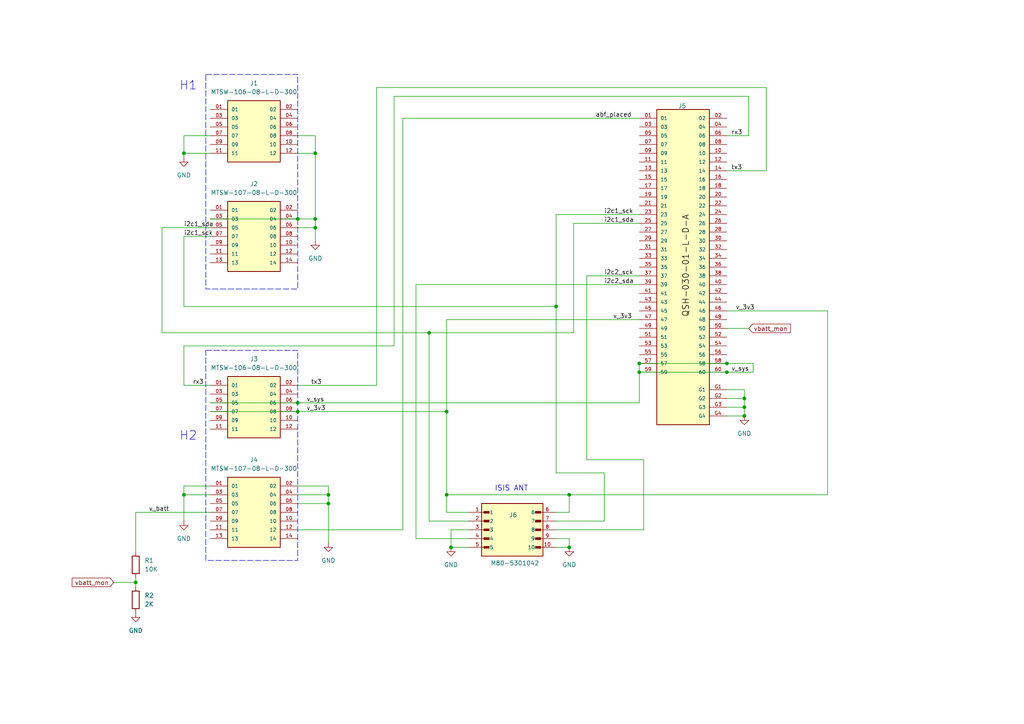
<source format=kicad_sch>
(kicad_sch (version 20250114) (generator "eeschema") (generator_version "9.0")
  (paper "A4")
  (title_block (title "ISIS Power-Signal Adapter Card v2.0") (date "2025-08-04") (rev "rev 2") (company "Mike Moore K4MVM") (comment 1 "Fox-Plus Project") (comment 2 "Radio Amateur Satellite Corp (AMSAT-NA)"))
  (lib_symbols
    (symbol "Device:R" (pin_numbers (hide yes)) (pin_names (offset 0))
      (property "Reference" "R" (at 2.032 0 90))
      (property "Value" "R" (at 0 0 90))
      (symbol "R_0_1"
        (rectangle (start -1.016 -2.54) (end 1.016 2.54) (stroke (width 0.254)))
      )
      (symbol "R_1_1"
        (pin passive line (at 0 3.81 270) (length 1.27) (name "~") (number "1"))
        (pin passive line (at 0 -3.81 90) (length 1.27) (name "~") (number "2"))
      )
    )
    (symbol "M80-5301042:M80-5301042" (pin_names (offset 1.016))
      (property "Reference" "J" (at -9.39 7.62 0))
      (property "Value" "M80-5301042" (at -8.89 -10.16 0))
      (symbol "M80-5301042_0_0"
        (rectangle (start -8.89 -7.62) (end 8.89 7.62) (stroke (width 0.254)) (fill (type background)))
        (rectangle (start -8.255 4.7625) (end -6.6675 5.3975) (stroke (width 0.1)) (fill (type outline)))
        (rectangle (start -8.255 2.2225) (end -6.6675 2.8575) (stroke (width 0.1)) (fill (type outline)))
        (rectangle (start -8.255 -0.3175) (end -6.6675 0.3175) (stroke (width 0.1)) (fill (type outline)))
        (rectangle (start -8.255 -2.8575) (end -6.6675 -2.2225) (stroke (width 0.1)) (fill (type outline)))
        (rectangle (start -8.255 -5.3975) (end -6.6675 -4.7625) (stroke (width 0.1)) (fill (type outline)))
        (rectangle (start 8.255 4.7625) (end 6.6675 5.3975) (stroke (width 0.1)) (fill (type outline)))
        (rectangle (start 8.255 2.2225) (end 6.6675 2.8575) (stroke (width 0.1)) (fill (type outline)))
        (rectangle (start 8.255 -0.3175) (end 6.6675 0.3175) (stroke (width 0.1)) (fill (type outline)))
        (rectangle (start 8.255 -2.8575) (end 6.6675 -2.2225) (stroke (width 0.1)) (fill (type outline)))
        (rectangle (start 8.255 -5.3975) (end 6.6675 -4.7625) (stroke (width 0.1)) (fill (type outline)))
        (pin passive line (at -12.7 5.08 0) (length 5.08) (name "1") (number "1"))
        (pin passive line (at -12.7 2.54 0) (length 5.08) (name "2") (number "2"))
        (pin passive line (at -12.7 0 0) (length 5.08) (name "3") (number "3"))
        (pin passive line (at -12.7 -2.54 0) (length 5.08) (name "4") (number "4"))
        (pin passive line (at -12.7 -5.08 0) (length 5.08) (name "5") (number "5"))
        (pin passive line (at 12.7 5.08 180) (length 5.08) (name "6") (number "6"))
        (pin passive line (at 12.7 2.54 180) (length 5.08) (name "7") (number "7"))
        (pin passive line (at 12.7 0 180) (length 5.08) (name "8") (number "8"))
        (pin passive line (at 12.7 -2.54 180) (length 5.08) (name "9") (number "9"))
        (pin passive line (at 12.7 -5.08 180) (length 5.08) (name "10") (number "10"))
      )
    )
    (symbol "MTSW-106-X-X-D-X:MTSW-106-X-X-D-X" (pin_names (offset 1.016))
      (property "Reference" "J" (at -7.62 8.382 0))
      (property "Value" "MTSW-106-X-X-D-X" (at -7.62 -12.7 0))
      (symbol "MTSW-106-X-X-D-X_0_0"
        (rectangle (start -7.62 -10.16) (end 7.62 7.62) (stroke (width 0.254)) (fill (type background)))
        (pin passive line (at -12.7 5.08 0) (length 5.08) (name "01") (number "01"))
        (pin passive line (at -12.7 2.54 0) (length 5.08) (name "03") (number "03"))
        (pin passive line (at -12.7 0 0) (length 5.08) (name "05") (number "05"))
        (pin passive line (at -12.7 -2.54 0) (length 5.08) (name "07") (number "07"))
        (pin passive line (at -12.7 -5.08 0) (length 5.08) (name "09") (number "09"))
        (pin passive line (at -12.7 -7.62 0) (length 5.08) (name "11") (number "11"))
        (pin passive line (at 12.7 5.08 180) (length 5.08) (name "02") (number "02"))
        (pin passive line (at 12.7 2.54 180) (length 5.08) (name "04") (number "04"))
        (pin passive line (at 12.7 0 180) (length 5.08) (name "06") (number "06"))
        (pin passive line (at 12.7 -2.54 180) (length 5.08) (name "08") (number "08"))
        (pin passive line (at 12.7 -5.08 180) (length 5.08) (name "10") (number "10"))
        (pin passive line (at 12.7 -7.62 180) (length 5.08) (name "12") (number "12"))
      )
    )
    (symbol "MTSW-107-08-L-D-300:MTSW-107-08-L-D-300" (pin_names (offset 1.016))
      (property "Reference" "J" (at -8.12 10.16 0))
      (property "Value" "MTSW-107-08-L-D-300" (at -7.62 -12.7 0))
      (symbol "MTSW-107-08-L-D-300_0_0"
        (rectangle (start -7.62 -10.16) (end 7.62 10.16) (stroke (width 0.254)) (fill (type background)))
        (pin passive line (at -12.7 7.62 0) (length 5.08) (name "01") (number "01"))
        (pin passive line (at -12.7 5.08 0) (length 5.08) (name "03") (number "03"))
        (pin passive line (at -12.7 2.54 0) (length 5.08) (name "05") (number "05"))
        (pin passive line (at -12.7 0 0) (length 5.08) (name "07") (number "07"))
        (pin passive line (at -12.7 -2.54 0) (length 5.08) (name "09") (number "09"))
        (pin passive line (at -12.7 -5.08 0) (length 5.08) (name "11") (number "11"))
        (pin passive line (at -12.7 -7.62 0) (length 5.08) (name "13") (number "13"))
        (pin passive line (at 12.7 7.62 180) (length 5.08) (name "02") (number "02"))
        (pin passive line (at 12.7 5.08 180) (length 5.08) (name "04") (number "04"))
        (pin passive line (at 12.7 2.54 180) (length 5.08) (name "06") (number "06"))
        (pin passive line (at 12.7 0 180) (length 5.08) (name "08") (number "08"))
        (pin passive line (at 12.7 -2.54 180) (length 5.08) (name "10") (number "10"))
        (pin passive line (at 12.7 -5.08 180) (length 5.08) (name "12") (number "12"))
        (pin passive line (at 12.7 -7.62 180) (length 5.08) (name "14") (number "14"))
      )
    )
    (symbol "QSH-030-01-L-D-A-01:QSH-030-01-X-D-A-XX" (pin_names (offset 1.016))
      (property "Reference" "J" (at -7.62 46.99 0))
      (property "Value" "QSH-030-01-X-D-A-XX" (at -7.62 -48.26 0))
      (symbol "QSH-030-01-X-D-A-XX_0_0"
        (rectangle (start -7.62 -45.72) (end 7.62 45.72) (stroke (width 0.254)) (fill (type background)))
        (pin passive line (at -12.7 43.18 0) (length 5.08) (name "01") (number "01"))
        (pin passive line (at -12.7 40.64 0) (length 5.08) (name "03") (number "03"))
        (pin passive line (at -12.7 38.1 0) (length 5.08) (name "05") (number "05"))
        (pin passive line (at -12.7 35.56 0) (length 5.08) (name "07") (number "07"))
        (pin passive line (at -12.7 33.02 0) (length 5.08) (name "09") (number "09"))
        (pin passive line (at -12.7 30.48 0) (length 5.08) (name "11") (number "11"))
        (pin passive line (at -12.7 27.94 0) (length 5.08) (name "13") (number "13"))
        (pin passive line (at -12.7 25.4 0) (length 5.08) (name "15") (number "15"))
        (pin passive line (at -12.7 22.86 0) (length 5.08) (name "17") (number "17"))
        (pin passive line (at -12.7 20.32 0) (length 5.08) (name "19") (number "19"))
        (pin passive line (at -12.7 17.78 0) (length 5.08) (name "21") (number "21"))
        (pin passive line (at -12.7 15.24 0) (length 5.08) (name "23") (number "23"))
        (pin passive line (at -12.7 12.7 0) (length 5.08) (name "25") (number "25"))
        (pin passive line (at -12.7 10.16 0) (length 5.08) (name "27") (number "27"))
        (pin passive line (at -12.7 7.62 0) (length 5.08) (name "29") (number "29"))
        (pin passive line (at -12.7 5.08 0) (length 5.08) (name "31") (number "31"))
        (pin passive line (at -12.7 2.54 0) (length 5.08) (name "33") (number "33"))
        (pin passive line (at -12.7 0 0) (length 5.08) (name "35") (number "35"))
        (pin passive line (at -12.7 -2.54 0) (length 5.08) (name "37") (number "37"))
        (pin passive line (at -12.7 -5.08 0) (length 5.08) (name "39") (number "39"))
        (pin passive line (at -12.7 -7.62 0) (length 5.08) (name "41") (number "41"))
        (pin passive line (at -12.7 -10.16 0) (length 5.08) (name "43") (number "43"))
        (pin passive line (at -12.7 -12.7 0) (length 5.08) (name "45") (number "45"))
        (pin passive line (at -12.7 -15.24 0) (length 5.08) (name "47") (number "47"))
        (pin passive line (at -12.7 -17.78 0) (length 5.08) (name "49") (number "49"))
        (pin passive line (at -12.7 -20.32 0) (length 5.08) (name "51") (number "51"))
        (pin passive line (at -12.7 -22.86 0) (length 5.08) (name "53") (number "53"))
        (pin passive line (at -12.7 -25.4 0) (length 5.08) (name "55") (number "55"))
        (pin passive line (at -12.7 -27.94 0) (length 5.08) (name "57") (number "57"))
        (pin passive line (at -12.7 -30.48 0) (length 5.08) (name "59") (number "59"))
        (pin passive line (at 12.7 43.18 180) (length 5.08) (name "02") (number "02"))
        (pin passive line (at 12.7 40.64 180) (length 5.08) (name "04") (number "04"))
        (pin passive line (at 12.7 38.1 180) (length 5.08) (name "06") (number "06"))
        (pin passive line (at 12.7 35.56 180) (length 5.08) (name "08") (number "08"))
        (pin passive line (at 12.7 33.02 180) (length 5.08) (name "10") (number "10"))
        (pin passive line (at 12.7 30.48 180) (length 5.08) (name "12") (number "12"))
        (pin passive line (at 12.7 27.94 180) (length 5.08) (name "14") (number "14"))
        (pin passive line (at 12.7 25.4 180) (length 5.08) (name "16") (number "16"))
        (pin passive line (at 12.7 22.86 180) (length 5.08) (name "18") (number "18"))
        (pin passive line (at 12.7 20.32 180) (length 5.08) (name "20") (number "20"))
        (pin passive line (at 12.7 17.78 180) (length 5.08) (name "22") (number "22"))
        (pin passive line (at 12.7 15.24 180) (length 5.08) (name "24") (number "24"))
        (pin passive line (at 12.7 12.7 180) (length 5.08) (name "26") (number "26"))
        (pin passive line (at 12.7 10.16 180) (length 5.08) (name "28") (number "28"))
        (pin passive line (at 12.7 7.62 180) (length 5.08) (name "30") (number "30"))
        (pin passive line (at 12.7 5.08 180) (length 5.08) (name "32") (number "32"))
        (pin passive line (at 12.7 2.54 180) (length 5.08) (name "34") (number "34"))
        (pin passive line (at 12.7 0 180) (length 5.08) (name "36") (number "36"))
        (pin passive line (at 12.7 -2.54 180) (length 5.08) (name "38") (number "38"))
        (pin passive line (at 12.7 -5.08 180) (length 5.08) (name "40") (number "40"))
        (pin passive line (at 12.7 -7.62 180) (length 5.08) (name "42") (number "42"))
        (pin passive line (at 12.7 -10.16 180) (length 5.08) (name "44") (number "44"))
        (pin passive line (at 12.7 -12.7 180) (length 5.08) (name "46") (number "46"))
        (pin passive line (at 12.7 -15.24 180) (length 5.08) (name "48") (number "48"))
        (pin passive line (at 12.7 -17.78 180) (length 5.08) (name "50") (number "50"))
        (pin passive line (at 12.7 -20.32 180) (length 5.08) (name "52") (number "52"))
        (pin passive line (at 12.7 -22.86 180) (length 5.08) (name "54") (number "54"))
        (pin passive line (at 12.7 -25.4 180) (length 5.08) (name "56") (number "56"))
        (pin passive line (at 12.7 -27.94 180) (length 5.08) (name "58") (number "58"))
        (pin passive line (at 12.7 -30.48 180) (length 5.08) (name "60") (number "60"))
        (pin power_in line (at 12.7 -35.56 180) (length 5.08) (name "G1") (number "G1"))
        (pin power_in line (at 12.7 -38.1 180) (length 5.08) (name "G2") (number "G2"))
        (pin power_in line (at 12.7 -40.64 180) (length 5.08) (name "G3") (number "G3"))
        (pin power_in line (at 12.7 -43.18 180) (length 5.08) (name "G4") (number "G4"))
      )
    )
    (symbol "power:GND" (power) (pin_numbers (hide yes)) (pin_names (offset 0) (hide yes))
      (property "Value" "GND" (at 0 -3.81 0))
      (symbol "GND_0_1"
        (polyline (pts (xy 0 0) (xy 0 -1.27) (xy 1.27 -1.27) (xy 0 -2.54) (xy -1.27 -1.27) (xy 0 -1.27)))
      )
      (symbol "GND_1_1"
        (pin power_in line (at 0 0 270) (length 0) (name "~") (number "1"))
      )
    )
  )
  (rectangle (start 59.69 21.59) (end 86.36 83.82) (stroke (width 0) (type dash)))
  (rectangle (start 59.69 101.6) (end 86.36 162.56) (stroke (width 0) (type dash)))
  (text "ISIS ANT" (at 148.336 141.732 0) (effects (font (size 1.524 1.524))))
  (text "H1" (at 54.61 24.892 0) (effects (font (size 2.54 2.54))))
  (text "H2" (at 54.61 126.492 0) (effects (font (size 2.54 2.54))))
  (text "QSH-030-01-L-D-A" (at 198.882 77.216 90) (effects (font (size 1.778 1.778))))
  (junction (at 161.29 88.9))
  (junction (at 86.36 116.84))
  (junction (at 210.82 105.41))
  (junction (at 215.9 118.11))
  (junction (at 129.54 143.51))
  (junction (at 124.46 96.52))
  (junction (at 165.1 158.75))
  (junction (at 39.37 168.91))
  (junction (at 185.42 105.41))
  (junction (at 95.25 143.51))
  (junction (at 91.44 66.04))
  (junction (at 215.9 120.65))
  (junction (at 86.36 119.38))
  (junction (at 129.54 119.38))
  (junction (at 91.44 63.5))
  (junction (at 215.9 115.57))
  (junction (at 165.1 143.51))
  (junction (at 185.42 107.95))
  (junction (at 91.44 44.45))
  (junction (at 210.82 107.95))
  (junction (at 53.34 143.51))
  (junction (at 53.34 44.45))
  (junction (at 86.36 63.5))
  (junction (at 95.25 146.05))
  (junction (at 130.81 158.75))
  (wire (pts (xy 116.84 34.29) (xy 116.84 153.67)))
  (wire (pts (xy 53.34 140.97) (xy 53.34 143.51)))
  (wire (pts (xy 53.34 68.58) (xy 60.96 68.58)))
  (wire (pts (xy 53.34 68.58) (xy 53.34 88.9)))
  (wire (pts (xy 129.54 143.51) (xy 129.54 148.59)))
  (wire (pts (xy 185.42 64.77) (xy 166.37 64.77)))
  (wire (pts (xy 210.82 115.57) (xy 215.9 115.57)))
  (wire (pts (xy 53.34 100.33) (xy 114.3 100.33)))
  (wire (pts (xy 33.02 168.91) (xy 39.37 168.91)))
  (wire (pts (xy 161.29 148.59) (xy 165.1 148.59)))
  (wire (pts (xy 130.81 153.67) (xy 130.81 158.75)))
  (wire (pts (xy 124.46 96.52) (xy 124.46 151.13)))
  (wire (pts (xy 86.36 119.38) (xy 129.54 119.38)))
  (wire (pts (xy 60.96 119.38) (xy 86.36 119.38)))
  (wire (pts (xy 210.82 118.11) (xy 215.9 118.11)))
  (wire (pts (xy 53.34 88.9) (xy 161.29 88.9)))
  (wire (pts (xy 170.18 133.35) (xy 186.69 133.35)))
  (wire (pts (xy 129.54 119.38) (xy 129.54 143.51)))
  (wire (pts (xy 39.37 167.64) (xy 39.37 168.91)))
  (wire (pts (xy 86.36 63.5) (xy 91.44 63.5)))
  (wire (pts (xy 53.34 44.45) (xy 53.34 45.72)))
  (wire (pts (xy 129.54 92.71) (xy 129.54 119.38)))
  (wire (pts (xy 86.36 116.84) (xy 185.42 116.84)))
  (wire (pts (xy 186.69 153.67) (xy 161.29 153.67)))
  (wire (pts (xy 60.96 116.84) (xy 86.36 116.84)))
  (wire (pts (xy 124.46 96.52) (xy 166.37 96.52)))
  (wire (pts (xy 86.36 153.67) (xy 116.84 153.67)))
  (wire (pts (xy 210.82 120.65) (xy 215.9 120.65)))
  (wire (pts (xy 166.37 64.77) (xy 166.37 96.52)))
  (wire (pts (xy 129.54 143.51) (xy 165.1 143.51)))
  (wire (pts (xy 53.34 44.45) (xy 60.96 44.45)))
  (wire (pts (xy 114.3 27.94) (xy 114.3 100.33)))
  (wire (pts (xy 210.82 39.37) (xy 217.17 39.37)))
  (wire (pts (xy 60.96 63.5) (xy 86.36 63.5)))
  (wire (pts (xy 185.42 34.29) (xy 116.84 34.29)))
  (wire (pts (xy 222.25 25.4) (xy 222.25 49.53)))
  (wire (pts (xy 114.3 27.94) (xy 217.17 27.94)))
  (wire (pts (xy 135.89 153.67) (xy 130.81 153.67)))
  (wire (pts (xy 53.34 39.37) (xy 60.96 39.37)))
  (wire (pts (xy 165.1 156.21) (xy 165.1 158.75)))
  (wire (pts (xy 86.36 111.76) (xy 109.22 111.76)))
  (wire (pts (xy 39.37 148.59) (xy 39.37 160.02)))
  (wire (pts (xy 53.34 143.51) (xy 60.96 143.51)))
  (wire (pts (xy 39.37 168.91) (xy 39.37 170.18)))
  (wire (pts (xy 95.25 146.05) (xy 95.25 157.48)))
  (wire (pts (xy 165.1 143.51) (xy 165.1 148.59)))
  (wire (pts (xy 95.25 143.51) (xy 95.25 146.05)))
  (wire (pts (xy 161.29 151.13) (xy 175.26 151.13)))
  (wire (pts (xy 161.29 62.23) (xy 161.29 88.9)))
  (wire (pts (xy 86.36 39.37) (xy 91.44 39.37)))
  (wire (pts (xy 46.99 96.52) (xy 124.46 96.52)))
  (wire (pts (xy 185.42 92.71) (xy 129.54 92.71)))
  (wire (pts (xy 215.9 113.03) (xy 215.9 115.57)))
  (wire (pts (xy 175.26 137.16) (xy 175.26 151.13)))
  (wire (pts (xy 86.36 140.97) (xy 95.25 140.97)))
  (wire (pts (xy 218.44 105.41) (xy 218.44 107.95)))
  (wire (pts (xy 240.03 90.17) (xy 240.03 143.51)))
  (wire (pts (xy 217.17 39.37) (xy 217.17 27.94)))
  (wire (pts (xy 53.34 39.37) (xy 53.34 44.45)))
  (wire (pts (xy 185.42 105.41) (xy 185.42 107.95)))
  (wire (pts (xy 53.34 111.76) (xy 60.96 111.76)))
  (wire (pts (xy 86.36 143.51) (xy 95.25 143.51)))
  (wire (pts (xy 185.42 80.01) (xy 170.18 80.01)))
  (wire (pts (xy 135.89 156.21) (xy 120.65 156.21)))
  (wire (pts (xy 120.65 82.55) (xy 120.65 156.21)))
  (wire (pts (xy 186.69 133.35) (xy 186.69 153.67)))
  (wire (pts (xy 161.29 62.23) (xy 185.42 62.23)))
  (wire (pts (xy 210.82 113.03) (xy 215.9 113.03)))
  (wire (pts (xy 170.18 80.01) (xy 170.18 133.35)))
  (wire (pts (xy 185.42 107.95) (xy 210.82 107.95)))
  (wire (pts (xy 86.36 146.05) (xy 95.25 146.05)))
  (wire (pts (xy 86.36 66.04) (xy 91.44 66.04)))
  (wire (pts (xy 91.44 39.37) (xy 91.44 44.45)))
  (wire (pts (xy 109.22 25.4) (xy 222.25 25.4)))
  (wire (pts (xy 46.99 66.04) (xy 46.99 96.52)))
  (wire (pts (xy 135.89 151.13) (xy 124.46 151.13)))
  (wire (pts (xy 86.36 44.45) (xy 91.44 44.45)))
  (wire (pts (xy 161.29 158.75) (xy 165.1 158.75)))
  (wire (pts (xy 91.44 66.04) (xy 91.44 69.85)))
  (wire (pts (xy 165.1 143.51) (xy 240.03 143.51)))
  (wire (pts (xy 109.22 25.4) (xy 109.22 111.76)))
  (wire (pts (xy 91.44 63.5) (xy 91.44 66.04)))
  (wire (pts (xy 215.9 115.57) (xy 215.9 118.11)))
  (wire (pts (xy 185.42 82.55) (xy 120.65 82.55)))
  (wire (pts (xy 60.96 140.97) (xy 53.34 140.97)))
  (wire (pts (xy 39.37 148.59) (xy 60.96 148.59)))
  (wire (pts (xy 210.82 107.95) (xy 218.44 107.95)))
  (wire (pts (xy 215.9 118.11) (xy 215.9 120.65)))
  (wire (pts (xy 161.29 88.9) (xy 161.29 137.16)))
  (wire (pts (xy 210.82 90.17) (xy 240.03 90.17)))
  (wire (pts (xy 129.54 148.59) (xy 135.89 148.59)))
  (wire (pts (xy 210.82 105.41) (xy 218.44 105.41)))
  (wire (pts (xy 175.26 137.16) (xy 161.29 137.16)))
  (wire (pts (xy 130.81 158.75) (xy 135.89 158.75)))
  (wire (pts (xy 161.29 156.21) (xy 165.1 156.21)))
  (wire (pts (xy 210.82 95.25) (xy 217.17 95.25)))
  (wire (pts (xy 91.44 44.45) (xy 91.44 63.5)))
  (wire (pts (xy 185.42 116.84) (xy 185.42 107.95)))
  (wire (pts (xy 95.25 140.97) (xy 95.25 143.51)))
  (wire (pts (xy 53.34 100.33) (xy 53.34 111.76)))
  (wire (pts (xy 46.99 66.04) (xy 60.96 66.04)))
  (wire (pts (xy 53.34 151.13) (xy 53.34 143.51)))
  (wire (pts (xy 210.82 49.53) (xy 222.25 49.53)))
  (wire (pts (xy 185.42 105.41) (xy 210.82 105.41)))
  (label "i2c2_sda" (at 175.26 82.55 0))
  (label "abf_placed" (at 172.72 34.29 0))
  (label "v_sys" (at 212.09 107.95 0))
  (label "i2c1_sck" (at 53.34 68.58 0))
  (label "i2c1_sda" (at 53.34 66.04 0))
  (label "i2c2_sck" (at 175.26 80.01 0))
  (label "v_3v3" (at 88.9 119.38 0))
  (label "tx3" (at 90.17 111.76 0))
  (label "rx3" (at 212.09 39.37 0))
  (label "v_3v3" (at 213.36 90.17 0))
  (label "v_sys" (at 88.9 116.84 0))
  (label "v_3v3" (at 177.8 92.71 0))
  (label "rx3" (at 55.88 111.76 0))
  (label "v_batt" (at 43.18 148.59 0))
  (label "i2c1_sda" (at 175.26 64.77 0))
  (label "tx3" (at 212.09 49.53 0))
  (label "i2c1_sck" (at 175.26 62.23 0))
  (global_label "vbatt_mon" (shape input) (at 217.17 95.25 0) (property "Intersheetrefs" "${INTERSHEET_REFS}" (effects (hide yes))))
  (global_label "vbatt_mon" (shape input) (at 33.02 168.91 180) (property "Intersheetrefs" "${INTERSHEET_REFS}" (effects (hide yes))))
  (symbol (lib_id "Device:R") (at 39.37 173.99 0) (unit 1)
    (property "Reference" "R2" (at 41.91 172.7199 0) (effects (justify left)))
    (property "Value" "2K" (at 41.91 175.2599 0) (effects (justify left)))
    (property "Footprint" "Resistor_SMD:R_0603_1608Metric_Pad0.98x0.95mm_HandSolder" (effects (hide yes)))
    (property "Description" "Resistor" (effects (hide yes)))
  )
  (symbol (lib_id "power:GND") (at 215.9 120.65 0) (unit 1)
    (property "Reference" "#PWR09" (effects (hide yes)))
    (property "Value" "GND" (at 215.9 125.73 0))
    (property "Description" "Power symbol creates a global label with name \"GND\" , ground" (effects (hide yes)))
  )
  (symbol (lib_id "power:GND") (at 165.1 158.75 0) (unit 1)
    (property "Reference" "#PWR013" (effects (hide yes)))
    (property "Value" "GND" (at 165.1 163.83 0))
    (property "Description" "Power symbol creates a global label with name \"GND\" , ground" (effects (hide yes)))
  )
  (symbol (lib_id "M80-5301042:M80-5301042") (at 148.59 153.67 0) (unit 1)
    (property "Reference" "J6" (at 148.844 149.352 0))
    (property "Value" "M80-5301042" (at 149.352 163.322 0))
    (property "Footprint" "M80_5301042:HARWIN_M80-5301042" (effects (hide yes)))
    (property "MANUFACTURER" "HARWIN" (effects (hide yes)))
  )
  (symbol (lib_id "MTSW-106-X-X-D-X:MTSW-106-X-X-D-X") (at 73.66 116.84 0) (unit 1)
    (property "Reference" "J3" (at 73.66 104.14 0))
    (property "Value" "MTSW-106-08-L-D-300" (at 73.66 106.68 0))
    (property "Footprint" "MTSW-106-X-X-D-X:SAMTEC_MTSW-106-X-X-D-X" (effects (hide yes)))
    (property "PARTREV" "A" (effects (hide yes)))
    (property "STANDARD" "Manufacturer Recommendations" (effects (hide yes)))
    (property "MANUFACTURER" "Samtec" (effects (hide yes)))
  )
  (symbol (lib_id "MTSW-107-08-L-D-300:MTSW-107-08-L-D-300") (at 73.66 68.58 0) (unit 1)
    (property "Reference" "J2" (at 73.66 53.34 0))
    (property "Value" "MTSW-107-08-L-D-300" (at 73.66 55.88 0))
    (property "Footprint" "MTSW-107-08-L-D-300:SAMTEC_MTSW-107-08-L-D-300" (effects (hide yes)))
    (property "PARTREV" "R" (effects (hide yes)))
    (property "STANDARD" "Manufacturer Recommendations" (effects (hide yes)))
    (property "MANUFACTURER" "Samtec" (effects (hide yes)))
  )
  (symbol (lib_id "power:GND") (at 39.37 177.8 0) (unit 1)
    (property "Reference" "#PWR012" (effects (hide yes)))
    (property "Value" "GND" (at 39.37 182.88 0))
    (property "Description" "Power symbol creates a global label with name \"GND\" , ground" (effects (hide yes)))
  )
  (symbol (lib_id "power:GND") (at 53.34 45.72 0) (unit 1)
    (property "Reference" "#PWR02" (effects (hide yes)))
    (property "Value" "GND" (at 53.34 50.8 0))
    (property "Description" "Power symbol creates a global label with name \"GND\" , ground" (effects (hide yes)))
  )
  (symbol (lib_id "power:GND") (at 91.44 69.85 0) (unit 1)
    (property "Reference" "#PWR03" (effects (hide yes)))
    (property "Value" "GND" (at 91.44 74.93 0))
    (property "Description" "Power symbol creates a global label with name \"GND\" , ground" (effects (hide yes)))
  )
  (symbol (lib_id "MTSW-107-08-L-D-300:MTSW-107-08-L-D-300") (at 73.66 148.59 0) (unit 1)
    (property "Reference" "J4" (at 73.66 133.35 0))
    (property "Value" "MTSW-107-08-L-D-300" (at 73.66 135.89 0))
    (property "Footprint" "MTSW-107-08-L-D-300:SAMTEC_MTSW-107-08-L-D-300" (effects (hide yes)))
    (property "PARTREV" "R" (effects (hide yes)))
    (property "STANDARD" "Manufacturer Recommendations" (effects (hide yes)))
    (property "MANUFACTURER" "Samtec" (effects (hide yes)))
  )
  (symbol (lib_id "MTSW-106-X-X-D-X:MTSW-106-X-X-D-X") (at 73.66 36.83 0) (unit 1)
    (property "Reference" "J1" (at 73.66 24.13 0))
    (property "Value" "MTSW-106-08-L-D-300" (at 73.66 26.67 0))
    (property "Footprint" "MTSW-106-X-X-D-X:SAMTEC_MTSW-106-X-X-D-X" (effects (hide yes)))
    (property "PARTREV" "A" (effects (hide yes)))
    (property "STANDARD" "Manufacturer Recommendations" (effects (hide yes)))
    (property "MANUFACTURER" "Samtec" (effects (hide yes)))
  )
  (symbol (lib_id "Device:R") (at 39.37 163.83 0) (unit 1)
    (property "Reference" "R1" (at 41.91 162.5599 0) (effects (justify left)))
    (property "Value" "10K" (at 41.91 165.0999 0) (effects (justify left)))
    (property "Footprint" "Resistor_SMD:R_0603_1608Metric_Pad0.98x0.95mm_HandSolder" (effects (hide yes)))
    (property "Description" "Resistor" (effects (hide yes)))
  )
  (symbol (lib_id "power:GND") (at 95.25 157.48 0) (unit 1)
    (property "Reference" "#PWR010" (effects (hide yes)))
    (property "Value" "GND" (at 95.25 162.56 0))
    (property "Description" "Power symbol creates a global label with name \"GND\" , ground" (effects (hide yes)))
  )
  (symbol (lib_id "QSH-030-01-L-D-A-01:QSH-030-01-X-D-A-XX") (at 198.12 77.47 0) (unit 1)
    (property "Reference" "J5" (at 197.866 30.734 0))
    (property "Value" "QSH-030-01-X-D-A" (effects (hide yes)))
    (property "Footprint" "QSH-030-01-X-D-A-XX:SAMTEC_QSH-030-01-X-D-A-XX" (effects (hide yes)))
    (property "PARTREV" "M" (effects (hide yes)))
    (property "STANDARD" "Manufacturer Recommendations" (effects (hide yes)))
    (property "MAXIMUM_PACKAGE_HEIGHT" "3.05 mm" (effects (hide yes)))
    (property "MANUFACTURER" "Samtec" (effects (hide yes)))
  )
  (symbol (lib_id "power:GND") (at 53.34 151.13 0) (unit 1)
    (property "Reference" "#PWR011" (effects (hide yes)))
    (property "Value" "GND" (at 53.34 156.21 0))
    (property "Description" "Power symbol creates a global label with name \"GND\" , ground" (effects (hide yes)))
  )
  (symbol (lib_id "power:GND") (at 130.81 158.75 0) (unit 1)
    (property "Reference" "#PWR014" (effects (hide yes)))
    (property "Value" "GND" (at 130.81 163.83 0))
    (property "Description" "Power symbol creates a global label with name \"GND\" , ground" (effects (hide yes)))
  )
)
</source>
